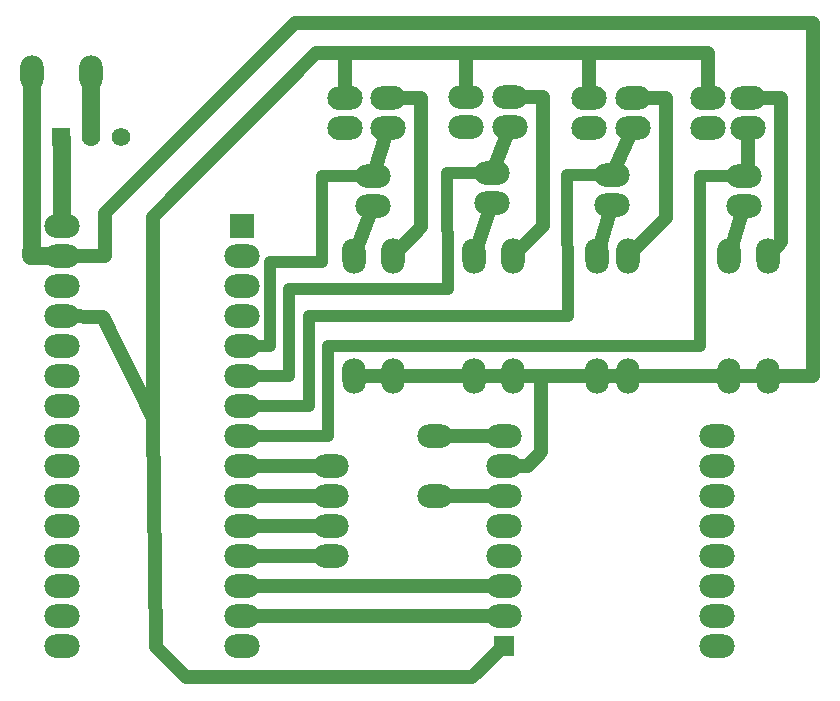
<source format=gtl>
G04 Layer: TopLayer*
G04 EasyEDA v6.5.40, 2024-02-02 08:41:29*
G04 Gerber Generator version 0.2*
G04 Scale: 100 percent, Rotated: No, Reflected: No *
G04 Dimensions in millimeters *
G04 leading zeros omitted , absolute positions ,4 integer and 5 decimal *
%FSLAX45Y45*%
%MOMM*%

%AMMACRO1*1,1,$1,$2,$3*1,1,$1,$4,$5*20,1,$1,$2,$3,$4,$5,0*%
%ADD10C,1.2000*%
%ADD11C,1.0000*%
%ADD12C,1.5000*%
%ADD13O,2.999994X1.9999959999999999*%
%ADD14R,1.8000X1.8000*%
%ADD15MACRO1,2X-0.0174X0.4997X0.0174X-0.4997*%
%ADD16O,1.9999959999999999X2.999994*%
%ADD17MACRO1,2X-0.4997X-0.0174X0.4997X0.0174*%
%ADD18R,1.5748X1.5748*%
%ADD19C,1.5748*%
%ADD20R,2.0000X2.0000*%

%LPD*%
D10*
X574908Y3959268D02*
G01*
X939906Y3959268D01*
X939906Y4324266D01*
X2546456Y5930816D01*
X6934306Y5930816D01*
X6934306Y2946316D01*
X4330806Y2946316D01*
X6553306Y3962316D02*
G01*
X6667606Y4076616D01*
X6667606Y5295816D01*
X6388206Y5295816D01*
X4394306Y3962316D02*
G01*
X4648306Y4216316D01*
X4648306Y5308516D01*
X4368906Y5308516D01*
X5372206Y3962316D02*
G01*
X5689706Y4279816D01*
X5689706Y5295816D01*
X5410306Y5295816D01*
X3378306Y3962316D02*
G01*
X3619606Y4203616D01*
X3619606Y5295816D01*
X3340206Y5295816D01*
D11*
X4216506Y4660816D02*
G01*
X3835506Y4660816D01*
X3846428Y3682408D01*
X5981700Y3200400D02*
G01*
X5981806Y4635416D01*
X6350106Y4635416D01*
X2098908Y2435268D02*
G01*
X2832206Y2435268D01*
X2832206Y3200316D01*
X5943706Y3200316D01*
X5981700Y3200400D01*
X2098908Y3197268D02*
G01*
X2336906Y3197268D01*
X2336906Y3911516D01*
X2781406Y3911516D01*
X2781406Y4635416D01*
X3213206Y4635416D01*
X5232506Y4648116D02*
G01*
X4851506Y4648116D01*
X4864100Y3454400D01*
X4864100Y3454400D02*
G01*
X4736952Y3454316D01*
X2667106Y3454316D01*
X2667106Y2689268D01*
X2098908Y2689268D01*
X3846428Y3682408D02*
G01*
X3670152Y3683170D01*
X2502006Y3682916D01*
X2502006Y2943268D01*
X2098908Y2943268D01*
D12*
X574908Y3959268D02*
G01*
X317500Y3962400D01*
X321162Y4073060D01*
X321162Y5511716D01*
D10*
X2971906Y5295816D02*
G01*
X2971906Y5635414D01*
X2972668Y5676308D01*
X5041905Y5295892D02*
G01*
X5041905Y5641256D01*
X5041900Y5676900D01*
X6045200Y5676900D02*
G01*
X2730609Y5676818D01*
X1346309Y4292767D01*
X1346309Y2590718D01*
X6045205Y5295892D02*
G01*
X6045205Y5537207D01*
X6045200Y5676900D01*
X574908Y3451268D02*
G01*
X927206Y3441616D01*
X1346306Y2590716D01*
X1371706Y647616D01*
X1625706Y393616D01*
X4051406Y393616D01*
X4318106Y660316D01*
D11*
X2098908Y2435268D02*
G01*
X2146660Y2387516D01*
D10*
X2098908Y1165268D02*
G01*
X2102032Y1168392D01*
X4318005Y1168392D01*
D12*
X821951Y5511787D02*
G01*
X825505Y5508233D01*
X825505Y4965717D01*
X571505Y4965692D02*
G01*
X574908Y4962288D01*
X574908Y4213268D01*
D10*
X2098908Y911268D02*
G01*
X2102025Y914384D01*
X4318010Y914384D01*
X4000505Y5308592D02*
G01*
X4000505Y5642930D01*
X4034393Y5676818D01*
X4216410Y4660905D02*
G01*
X4368810Y5054592D01*
X5232410Y4648205D02*
G01*
X5410210Y5041892D01*
X6350109Y4635406D02*
G01*
X6388105Y4673401D01*
X6388105Y5041892D01*
X3213206Y4635416D02*
G01*
X3340105Y5041892D01*
X3340206Y5041816D01*
X3213107Y4381505D02*
G01*
X3213105Y4381492D01*
X3048005Y3962392D01*
X4216410Y4406892D02*
G01*
X4064010Y3962392D01*
X5232410Y4394192D02*
G01*
X5105410Y3962392D01*
X6350010Y4381492D02*
G01*
X6223010Y3962392D01*
X2098908Y2181268D02*
G01*
X2102040Y2184400D01*
X2857500Y2184400D01*
X2098908Y1927268D02*
G01*
X2102040Y1930400D01*
X2857500Y1930400D01*
X3733800Y2438400D02*
G01*
X4318010Y2438384D01*
X4318010Y1930384D02*
G01*
X3733800Y1930400D01*
X2098908Y1673268D02*
G01*
X2102040Y1676400D01*
X2857500Y1676400D01*
X2098908Y1419268D02*
G01*
X2102040Y1422400D01*
X2857500Y1422400D01*
X3048106Y2946316D02*
G01*
X4635606Y2946316D01*
X4635606Y2298616D01*
X4521306Y2184316D01*
X4318106Y2184316D01*
D13*
G01*
X6121405Y660417D03*
G01*
X6121405Y914392D03*
G01*
X6121405Y1168392D03*
G01*
X6121405Y1422392D03*
G01*
X6121405Y1676392D03*
G01*
X6121405Y1930392D03*
G01*
X6121405Y2184392D03*
G01*
X6121405Y2438392D03*
G01*
X4318005Y2438392D03*
G01*
X4318005Y2184392D03*
G01*
X4318005Y1930392D03*
G01*
X4318005Y1676392D03*
G01*
X4318005Y1422392D03*
G01*
X4318005Y1168392D03*
G01*
X4318005Y914392D03*
D14*
G01*
X4318005Y660392D03*
D15*
G01*
X3048005Y2946392D03*
G01*
X3048005Y3962392D03*
G01*
X5105405Y2946392D03*
G01*
X5105405Y3962392D03*
G01*
X6553205Y2946392D03*
G01*
X6553205Y3962392D03*
G01*
X4064005Y2946392D03*
G01*
X4064005Y3962392D03*
D16*
G01*
X3378205Y3962392D03*
G01*
X3378205Y2946392D03*
G01*
X5372105Y2946392D03*
G01*
X5372105Y3962392D03*
G01*
X6223005Y3962392D03*
G01*
X6223005Y2946392D03*
G01*
X4394205Y3962392D03*
G01*
X4394205Y2946392D03*
D13*
G01*
X3213105Y4635492D03*
G01*
X3213105Y4381492D03*
G01*
X5232405Y4648192D03*
G01*
X5232405Y4394192D03*
G01*
X6350005Y4381492D03*
G01*
X6350005Y4635492D03*
G01*
X4216405Y4660892D03*
G01*
X4216405Y4406892D03*
D17*
G01*
X3340105Y5295892D03*
G01*
X3340105Y5041892D03*
G01*
X5410205Y5295892D03*
G01*
X5410205Y5041892D03*
G01*
X6388105Y5295892D03*
G01*
X6388105Y5041892D03*
D13*
G01*
X4368805Y5308592D03*
G01*
X4368805Y5054592D03*
D18*
G01*
X571505Y4965692D03*
D19*
G01*
X825505Y4965717D03*
G01*
X1079505Y4965717D03*
D16*
G01*
X321061Y5511792D03*
G01*
X821949Y5511792D03*
D13*
G01*
X574908Y4213268D03*
G01*
X2098908Y3959268D03*
G01*
X2098908Y3451268D03*
G01*
X2098908Y2943268D03*
G01*
X2098908Y2435268D03*
G01*
X2098908Y1927268D03*
G01*
X2098908Y1419268D03*
G01*
X2098908Y911268D03*
G01*
X574908Y657268D03*
G01*
X574908Y1165268D03*
G01*
X574908Y1673268D03*
G01*
X574908Y2181268D03*
G01*
X574908Y2689268D03*
G01*
X574908Y3197268D03*
G01*
X574908Y3705268D03*
G01*
X574908Y3959268D03*
G01*
X574908Y3451268D03*
G01*
X574908Y2943268D03*
G01*
X574908Y2435268D03*
G01*
X574908Y1927268D03*
G01*
X574908Y1419268D03*
G01*
X574908Y911268D03*
G01*
X2098908Y657268D03*
G01*
X2098908Y1165268D03*
G01*
X2098908Y1673268D03*
G01*
X2098908Y2181268D03*
G01*
X2098908Y2689268D03*
G01*
X2098908Y3197268D03*
G01*
X2098908Y3705268D03*
D20*
G01*
X2098908Y4213268D03*
D13*
G01*
X4000505Y5308592D03*
G01*
X4000505Y5054592D03*
D17*
G01*
X5041905Y5295892D03*
G01*
X5041905Y5041892D03*
G01*
X6045205Y5295892D03*
G01*
X6045205Y5041892D03*
G01*
X2971805Y5295892D03*
G01*
X2971805Y5041892D03*
D13*
G01*
X2857505Y1422392D03*
G01*
X2857505Y2184392D03*
G01*
X2857505Y1930392D03*
G01*
X2857505Y1676392D03*
G01*
X3733805Y1930392D03*
G01*
X3733805Y2438392D03*
M02*

</source>
